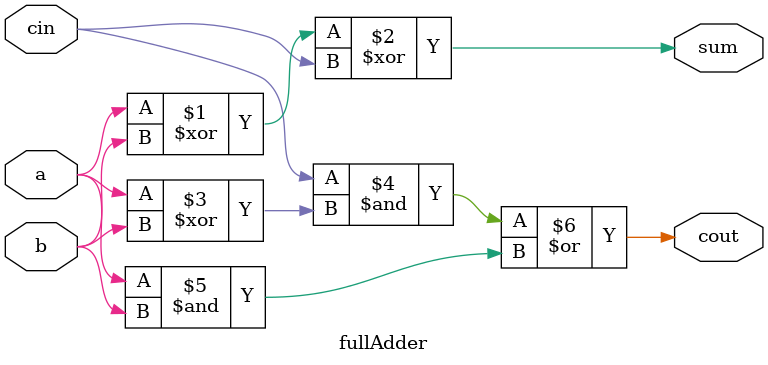
<source format=v>
`timescale 1ns / 1ps


module fullAdder (a,b,cin,sum,cout);
	//¶Ë¿ÚÉùÃ÷µÄ¿ªÊ¼
	input a,b,cin;
	output sum,cout;
	//¶Ë¿ÚÉùÃ÷µÄ½áÊø
	
	wire a,b,cin;
	wire sum,cout;
	
	assign sum=(a^b)^cin;
	assign cout=cin&(a^b)|(a&b);
	
endmodule

</source>
